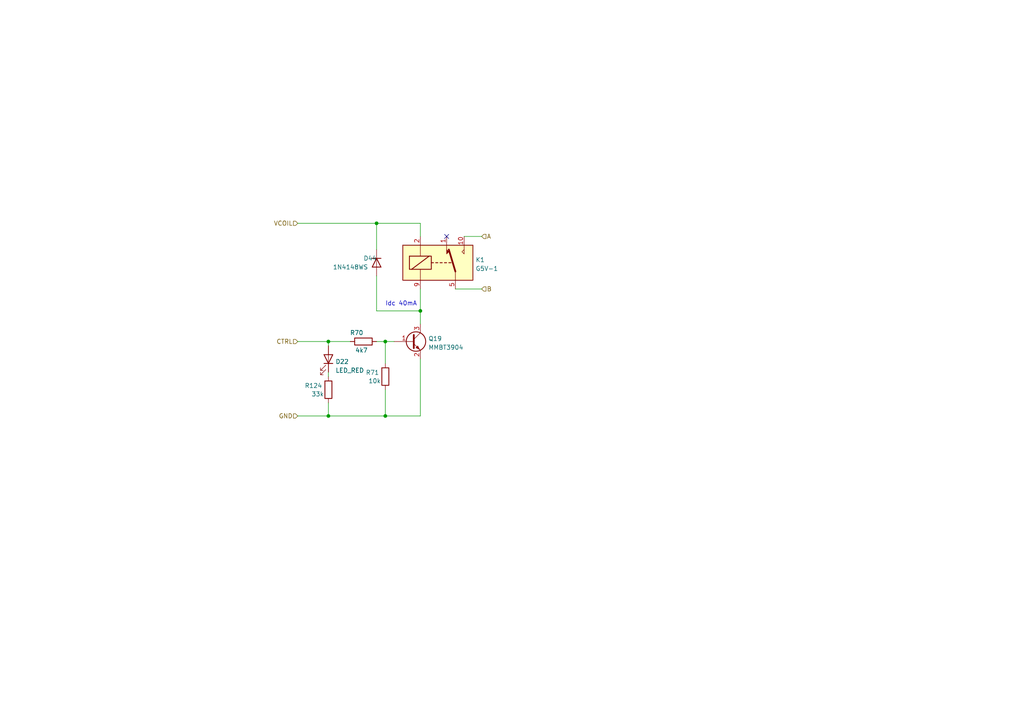
<source format=kicad_sch>
(kicad_sch (version 20230121) (generator eeschema)
  (paper "A4")
  (lib_symbols
    (symbol "Device:LED" (pin_numbers hide) (pin_names (offset 1.016) hide)
      (property "Reference" "D" (at 0 2.54 0))
      (property "Value" "LED" (at 0 -2.54 0))
      (symbol "LED_0_1"
        (polyline (pts (xy -1.27 -1.27) (xy -1.27 1.27)) (stroke (width 0.254)))
        (polyline (pts (xy -1.27 0) (xy 1.27 0)))
        (polyline (pts (xy 1.27 -1.27) (xy 1.27 1.27) (xy -1.27 0) (xy 1.27 -1.27)) (stroke (width 0.254)))
        (polyline (pts (xy -3.048 -0.762) (xy -4.572 -2.286) (xy -3.81 -2.286) (xy -4.572 -2.286) (xy -4.572 -1.524)))
        (polyline (pts (xy -1.778 -0.762) (xy -3.302 -2.286) (xy -2.54 -2.286) (xy -3.302 -2.286) (xy -3.302 -1.524)))
      )
      (symbol "LED_1_1"
        (pin passive line (at -3.81 0 0) (length 2.54) (name "K") (number "1"))
        (pin passive line (at 3.81 0 180) (length 2.54) (name "A") (number "2"))
      )
    )
    (symbol "Device:R" (pin_numbers hide) (pin_names (offset 0))
      (property "Reference" "R" (at 2.032 0 90))
      (property "Value" "R" (at 0 0 90))
      (symbol "R_0_1"
        (rectangle (start -1.016 -2.54) (end 1.016 2.54) (stroke (width 0.254)))
      )
      (symbol "R_1_1"
        (pin passive line (at 0 3.81 270) (length 1.27) (name "~") (number "1"))
        (pin passive line (at 0 -3.81 90) (length 1.27) (name "~") (number "2"))
      )
    )
    (symbol "Diode:1N4148WS" (pin_numbers hide) (pin_names hide)
      (property "Reference" "D" (at 0 2.54 0))
      (property "Value" "1N4148WS" (at 0 -2.54 0))
      (symbol "1N4148WS_0_1"
        (polyline (pts (xy -1.27 1.27) (xy -1.27 -1.27)) (stroke (width 0.254)))
        (polyline (pts (xy 1.27 0) (xy -1.27 0)))
        (polyline (pts (xy 1.27 1.27) (xy 1.27 -1.27) (xy -1.27 0) (xy 1.27 1.27)) (stroke (width 0.254)))
      )
      (symbol "1N4148WS_1_1"
        (pin passive line (at -3.81 0 0) (length 2.54) (name "K") (number "1"))
        (pin passive line (at 3.81 0 180) (length 2.54) (name "A") (number "2"))
      )
    )
    (symbol "Relay:G5V-1"
      (property "Reference" "K" (at 11.43 3.81 0))
      (property "Value" "G5V-1" (at 11.43 1.27 0))
      (symbol "G5V-1_0_0"
        (polyline (pts (xy 7.62 5.08) (xy 7.62 2.54) (xy 6.985 3.175) (xy 7.62 3.81)))
      )
      (symbol "G5V-1_0_1"
        (rectangle (start -10.16 5.08) (end 10.16 -5.08) (stroke (width 0.254)) (fill (type background)))
        (rectangle (start -8.255 1.905) (end -1.905 -1.905) (stroke (width 0.254)))
        (polyline (pts (xy -7.62 -1.905) (xy -2.54 1.905)) (stroke (width 0.254)))
        (polyline (pts (xy -5.08 -5.08) (xy -5.08 -1.905)))
        (polyline (pts (xy -5.08 5.08) (xy -5.08 1.905)))
        (polyline (pts (xy -1.905 0) (xy -1.27 0)) (stroke (width 0.254)))
        (polyline (pts (xy -0.635 0) (xy 0 0)) (stroke (width 0.254)))
        (polyline (pts (xy 0.635 0) (xy 1.27 0)) (stroke (width 0.254)))
        (polyline (pts (xy 1.905 0) (xy 2.54 0)) (stroke (width 0.254)))
        (polyline (pts (xy 3.175 0) (xy 3.81 0)) (stroke (width 0.254)))
        (polyline (pts (xy 5.08 -2.54) (xy 3.175 3.81)) (stroke (width 0.508)))
        (polyline (pts (xy 5.08 -2.54) (xy 5.08 -5.08)))
        (polyline (pts (xy 2.54 5.08) (xy 2.54 2.54) (xy 3.175 3.175) (xy 2.54 3.81)) (fill (type outline)))
      )
      (symbol "G5V-1_1_1"
        (pin passive line (at 2.54 7.62 270) (length 2.54) (name "~") (number "1"))
        (pin passive line (at 7.62 7.62 270) (length 2.54) (name "~") (number "10"))
        (pin passive line (at -5.08 7.62 270) (length 2.54) (name "~") (number "2"))
        (pin passive line (at 5.08 -7.62 90) (length 2.54) (name "~") (number "5"))
        (pin passive line (at 5.08 -7.62 90) (length 2.54) hide (name "~") (number "6"))
        (pin passive line (at -5.08 -7.62 90) (length 2.54) (name "~") (number "9"))
      )
    )
    (symbol "Transistor_BJT:MMBT3904" (pin_names (offset 0) hide)
      (property "Reference" "Q" (at 5.08 1.905 0))
      (property "Value" "MMBT3904" (at 5.08 0 0))
      (symbol "MMBT3904_0_1"
        (polyline (pts (xy 0.635 0.635) (xy 2.54 2.54)))
        (polyline (pts (xy 0.635 -0.635) (xy 2.54 -2.54) (xy 2.54 -2.54)))
        (polyline (pts (xy 0.635 1.905) (xy 0.635 -1.905) (xy 0.635 -1.905)) (stroke (width 0.508)))
        (polyline (pts (xy 1.27 -1.778) (xy 1.778 -1.27) (xy 2.286 -2.286) (xy 1.27 -1.778) (xy 1.27 -1.778)) (fill (type outline)))
        (circle (center 1.27 0) (radius 2.8194) (stroke (width 0.254)))
      )
      (symbol "MMBT3904_1_1"
        (pin input line (at -5.08 0 0) (length 5.715) (name "B") (number "1"))
        (pin passive line (at 2.54 -5.08 90) (length 2.54) (name "E") (number "2"))
        (pin passive line (at 2.54 5.08 270) (length 2.54) (name "C") (number "3"))
      )
    )
  )
  (junction (at 95.25 99.06))
  (junction (at 95.25 120.65))
  (junction (at 111.76 120.65))
  (junction (at 121.92 90.17))
  (junction (at 109.22 64.77))
  (junction (at 111.76 99.06))
  (no_connect (at 129.54 68.58))
  (wire (pts (xy 111.76 120.65) (xy 121.92 120.65)))
  (wire (pts (xy 121.92 83.82) (xy 121.92 90.17)))
  (wire (pts (xy 109.22 99.06) (xy 111.76 99.06)))
  (wire (pts (xy 121.92 90.17) (xy 121.92 93.98)))
  (wire (pts (xy 111.76 113.03) (xy 111.76 120.65)))
  (wire (pts (xy 109.22 64.77) (xy 109.22 72.39)))
  (wire (pts (xy 134.62 68.58) (xy 139.7 68.58)))
  (wire (pts (xy 132.08 83.82) (xy 139.7 83.82)))
  (wire (pts (xy 95.25 116.84) (xy 95.25 120.65)))
  (wire (pts (xy 121.92 68.58) (xy 121.92 64.77)))
  (wire (pts (xy 95.25 99.06) (xy 101.6 99.06)))
  (wire (pts (xy 95.25 99.06) (xy 95.25 100.33)))
  (wire (pts (xy 121.92 104.14) (xy 121.92 120.65)))
  (wire (pts (xy 109.22 64.77) (xy 86.36 64.77)))
  (wire (pts (xy 95.25 107.95) (xy 95.25 109.22)))
  (wire (pts (xy 86.36 120.65) (xy 95.25 120.65)))
  (wire (pts (xy 111.76 99.06) (xy 111.76 105.41)))
  (wire (pts (xy 121.92 64.77) (xy 109.22 64.77)))
  (wire (pts (xy 86.36 99.06) (xy 95.25 99.06)))
  (wire (pts (xy 95.25 120.65) (xy 111.76 120.65)))
  (wire (pts (xy 121.92 90.17) (xy 109.22 90.17)))
  (wire (pts (xy 109.22 90.17) (xy 109.22 80.01)))
  (wire (pts (xy 111.76 99.06) (xy 114.3 99.06)))
  (text "Idc 40mA" (at 111.76 88.9 0) (effects (font (size 1.27 1.27)) (justify left bottom)))
  (hierarchical_label "A" (shape input) (at 139.7 68.58 0))
  (hierarchical_label "CTRL" (shape input) (at 86.36 99.06 180))
  (hierarchical_label "GND" (shape input) (at 86.36 120.65 180))
  (hierarchical_label "B" (shape input) (at 139.7 83.82 0))
  (hierarchical_label "VCOIL" (shape input) (at 86.36 64.77 180))
  (symbol (lib_id "Device:R") (at 111.76 109.22 0) (mirror x) (unit 1)
    (property "Reference" "R71" (at 109.982 108.0516 0) (effects (justify right)))
    (property "Value" "10k" (at 110.49 110.49 0) (effects (justify right)))
    (property "Footprint" "Resistor_SMD:R_0402_1005Metric" (effects hide))
    (instances (project "antController" (path "" (reference "R71") (unit 1)) (path "" (reference "R80") (unit 1)) (path "" (reference "R82") (unit 1)) (path "" (reference "R84") (unit 1)) (path "" (reference "R102") (unit 1)) (path "" (reference "R86") (unit 1)) (path "" (reference "R88") (unit 1)) (path "" (reference "R90") (unit 1)) (path "" (reference "R92") (unit 1)) (path "" (reference "R104") (unit 1)) (path "" (reference "R94") (unit 1)) (path "" (reference "R96") (unit 1)) (path "" (reference "R98") (unit 1)) (path "" (reference "R100") (unit 1)) (path "" (reference "R106") (unit 1))))
  )
  (symbol (lib_id "Diode:1N4148WS") (at 109.22 76.2 270) (unit 1)
    (property "Reference" "D44" (at 105.41 74.93 90) (effects (justify left)))
    (property "Value" "1N4148WS" (at 96.52 77.47 90) (effects (justify left)))
    (property "Footprint" "Diode_SMD:D_SOD-323" (effects hide))
    (property "Datasheet" "https://www.vishay.com/docs/85751/1n4148ws.pdf" (effects hide))
    (instances (project "antController" (path "" (reference "D44") (unit 1)) (path "" (reference "D45") (unit 1)) (path "" (reference "D46") (unit 1)) (path "" (reference "D47") (unit 1)) (path "" (reference "D56") (unit 1)) (path "" (reference "D48") (unit 1)) (path "" (reference "D49") (unit 1)) (path "" (reference "D50") (unit 1)) (path "" (reference "D51") (unit 1)) (path "" (reference "D57") (unit 1)) (path "" (reference "D52") (unit 1)) (path "" (reference "D53") (unit 1)) (path "" (reference "D54") (unit 1)) (path "" (reference "D55") (unit 1)) (path "" (reference "D58") (unit 1))))
  )
  (symbol (lib_id "Relay:G5V-1") (at 127 76.2 0) (unit 1)
    (property "Reference" "K1" (at 137.922 75.3653 0) (effects (justify left)))
    (property "Value" "G5V-1" (at 137.922 77.9022 0) (effects (justify left)))
    (property "Footprint" "Relay_THT:Relay_SPDT_Omron_G5V-1" (effects hide))
    (property "Datasheet" "http://omronfs.omron.com/en_US/ecb/products/pdf/en-g5v_1.pdf" (effects hide))
    (instances (project "antController" (path "" (reference "K1") (unit 1)) (path "" (reference "K2") (unit 1)) (path "" (reference "K3") (unit 1)) (path "" (reference "K4") (unit 1)) (path "" (reference "K13") (unit 1)) (path "" (reference "K5") (unit 1)) (path "" (reference "K6") (unit 1)) (path "" (reference "K7") (unit 1)) (path "" (reference "K8") (unit 1)) (path "" (reference "K14") (unit 1)) (path "" (reference "K9") (unit 1)) (path "" (reference "K10") (unit 1)) (path "" (reference "K11") (unit 1)) (path "" (reference "K12") (unit 1)) (path "" (reference "K15") (unit 1))))
  )
  (symbol (lib_id "Device:LED") (at 95.25 104.14 270) (mirror x) (unit 1)
    (property "Reference" "D22" (at 97.282 104.8928 90) (effects (justify left)))
    (property "Value" "LED_RED" (at 97.282 107.4297 90) (effects (justify left)))
    (property "Footprint" "LED_SMD:LED_0603_1608Metric" (effects hide))
    (instances (project "antController" (path "" (reference "D22") (unit 1)) (path "" (reference "D30") (unit 1)) (path "" (reference "D31") (unit 1)) (path "" (reference "D32") (unit 1)) (path "" (reference "D41") (unit 1)) (path "" (reference "D33") (unit 1)) (path "" (reference "D34") (unit 1)) (path "" (reference "D35") (unit 1)) (path "" (reference "D36") (unit 1)) (path "" (reference "D42") (unit 1)) (path "" (reference "D37") (unit 1)) (path "" (reference "D38") (unit 1)) (path "" (reference "D39") (unit 1)) (path "" (reference "D40") (unit 1)) (path "" (reference "D43") (unit 1))))
  )
  (symbol (lib_id "Device:R") (at 95.25 113.03 0) (mirror x) (unit 1)
    (property "Reference" "R124" (at 93.472 111.8616 0) (effects (justify right)))
    (property "Value" "33k" (at 93.98 114.3 0) (effects (justify right)))
    (property "Footprint" "Resistor_SMD:R_0402_1005Metric" (effects hide))
    (instances (project "antController" (path "" (reference "R124") (unit 1)) (path "" (reference "R132") (unit 1)) (path "" (reference "R133") (unit 1)) (path "" (reference "R134") (unit 1)) (path "" (reference "R143") (unit 1)) (path "" (reference "R135") (unit 1)) (path "" (reference "R136") (unit 1)) (path "" (reference "R137") (unit 1)) (path "" (reference "R138") (unit 1)) (path "" (reference "R144") (unit 1)) (path "" (reference "R139") (unit 1)) (path "" (reference "R140") (unit 1)) (path "" (reference "R141") (unit 1)) (path "" (reference "R142") (unit 1)) (path "" (reference "R145") (unit 1))))
  )
  (symbol (lib_id "Device:R") (at 105.41 99.06 270) (mirror x) (unit 1)
    (property "Reference" "R70" (at 105.41 96.52 90) (effects (justify right)))
    (property "Value" "4k7" (at 106.68 101.6 90) (effects (justify right)))
    (property "Footprint" "Resistor_SMD:R_0402_1005Metric" (effects hide))
    (instances (project "antController" (path "" (reference "R70") (unit 1)) (path "" (reference "R79") (unit 1)) (path "" (reference "R81") (unit 1)) (path "" (reference "R83") (unit 1)) (path "" (reference "R101") (unit 1)) (path "" (reference "R85") (unit 1)) (path "" (reference "R87") (unit 1)) (path "" (reference "R89") (unit 1)) (path "" (reference "R91") (unit 1)) (path "" (reference "R103") (unit 1)) (path "" (reference "R93") (unit 1)) (path "" (reference "R95") (unit 1)) (path "" (reference "R97") (unit 1)) (path "" (reference "R99") (unit 1)) (path "" (reference "R105") (unit 1))))
  )
  (symbol (lib_id "Transistor_BJT:MMBT3904") (at 119.38 99.06 0) (unit 1)
    (property "Reference" "Q19" (at 124.2314 98.2253 0) (effects (justify left)))
    (property "Value" "MMBT3904" (at 124.2314 100.7622 0) (effects (justify left)))
    (property "Footprint" "Package_TO_SOT_SMD:SOT-23" (effects hide))
    (property "Datasheet" "https://www.onsemi.com/pub/Collateral/2N3903-D.PDF" (effects hide))
    (instances (project "antController" (path "" (reference "Q19") (unit 1)) (path "" (reference "Q20") (unit 1)) (path "" (reference "Q21") (unit 1)) (path "" (reference "Q22") (unit 1)) (path "" (reference "Q31") (unit 1)) (path "" (reference "Q23") (unit 1)) (path "" (reference "Q24") (unit 1)) (path "" (reference "Q25") (unit 1)) (path "" (reference "Q26") (unit 1)) (path "" (reference "Q32") (unit 1)) (path "" (reference "Q27") (unit 1)) (path "" (reference "Q28") (unit 1)) (path "" (reference "Q29") (unit 1)) (path "" (reference "Q30") (unit 1)) (path "" (reference "Q33") (unit 1))))
  )
)
</source>
